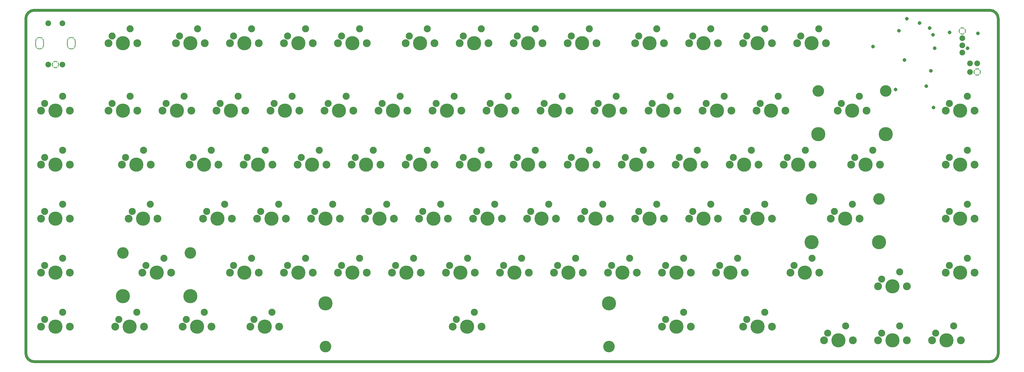
<source format=gbr>
G04*
G04 #@! TF.GenerationSoftware,Altium Limited,Altium Designer,25.6.2 (33)*
G04*
G04 Layer_Physical_Order=3*
G04 Layer_Color=128*
%FSLAX25Y25*%
%MOIN*%
G70*
G04*
G04 #@! TF.SameCoordinates,382BDFDD-3B37-4485-9E84-E16E40AE936B*
G04*
G04*
G04 #@! TF.FilePolarity,Negative*
G04*
G01*
G75*
%ADD28C,0.04000*%
%ADD29C,0.16000*%
%ADD30C,0.10890*%
%ADD31C,0.09787*%
%ADD32C,0.19700*%
G04:AMPARAMS|DCode=33|XSize=99.37mil|YSize=99.37mil|CornerRadius=0mil|HoleSize=0mil|Usage=FLASHONLY|Rotation=0.000|XOffset=0mil|YOffset=0mil|HoleType=Round|Shape=Relief|Width=10mil|Gap=10mil|Entries=4|*
%AMTHD33*
7,0,0,0.09937,0.07937,0.01000,45*
%
%ADD33THD33*%
%ADD34C,0.07937*%
%ADD36C,0.05181*%
%AMTHOVALD37*
21,1,0.05118,0.11906,0,0,90.0*
1,1,0.11906,0.00000,-0.02559*
1,1,0.11906,0.00000,0.02559*
21,0,0.05118,0.09906,0,0,90.0*
1,0,0.09906,0.00000,-0.02559*
1,0,0.09906,0.00000,0.02559*
4,0,4,0.00354,-0.02205,0.04563,-0.06415,0.03856,-0.07122,-0.00354,-0.02913,0.00354,-0.02205,0.0*
4,0,4,0.00354,0.02913,-0.03856,0.07122,-0.04563,0.06415,-0.00354,0.02205,0.00354,0.02913,0.0*
4,0,4,0.00354,-0.02913,-0.03856,-0.07122,-0.04563,-0.06415,-0.00354,-0.02205,0.00354,-0.02913,0.0*
4,0,4,0.00354,0.02205,0.04563,0.06415,0.03856,0.07122,-0.00354,0.02913,0.00354,0.02205,0.0*
%
%ADD37THOVALD37*%

D28*
X43307Y94488D02*
G03*
X55118Y82677I11811J0D01*
G01*
X1381890D02*
G03*
X1393701Y94488I0J11811D01*
G01*
Y559055D02*
G03*
X1381890Y570866I-11811J0D01*
G01*
X55118Y570866D02*
G03*
X43307Y559055I0J-11811D01*
G01*
X55118Y82677D02*
X1381890D01*
X1393701Y94488D02*
Y559055D01*
X55118Y570866D02*
X1381890D01*
X43307Y94488D02*
X43307Y559055D01*
D29*
X459400Y103750D02*
D03*
X853100D02*
D03*
X1143750Y458750D02*
D03*
X1237500D02*
D03*
X1134375Y308750D02*
D03*
X1228125D02*
D03*
X271875Y233750D02*
D03*
X178125D02*
D03*
D30*
X676250Y131250D02*
D03*
X636250D02*
D03*
X1341875Y112500D02*
D03*
X1301875D02*
D03*
X1210625Y431250D02*
D03*
X1170625D02*
D03*
X1161250Y281250D02*
D03*
X1201250D02*
D03*
X245000Y206250D02*
D03*
X205000D02*
D03*
X198125Y525000D02*
D03*
X158125D02*
D03*
X251875D02*
D03*
X291875D02*
D03*
X366875D02*
D03*
X326875D02*
D03*
X401875D02*
D03*
X441875D02*
D03*
X516875D02*
D03*
X476875D02*
D03*
X570625D02*
D03*
X610625D02*
D03*
X685625D02*
D03*
X645625D02*
D03*
X720625D02*
D03*
X760625D02*
D03*
X835625D02*
D03*
X795625D02*
D03*
X889375D02*
D03*
X929375D02*
D03*
X1004375D02*
D03*
X964375D02*
D03*
X1039375D02*
D03*
X1079375D02*
D03*
X1154375D02*
D03*
X1114375D02*
D03*
X64375Y431250D02*
D03*
X104375D02*
D03*
X198125D02*
D03*
X158125D02*
D03*
X233125D02*
D03*
X273125D02*
D03*
X348125D02*
D03*
X308125D02*
D03*
X383125D02*
D03*
X423125D02*
D03*
X498125D02*
D03*
X458125D02*
D03*
X533125D02*
D03*
X573125D02*
D03*
X648125D02*
D03*
X608125D02*
D03*
X683125D02*
D03*
X723125D02*
D03*
X798125D02*
D03*
X758125D02*
D03*
X833125D02*
D03*
X873125D02*
D03*
X948125D02*
D03*
X908125D02*
D03*
X983125D02*
D03*
X1023125D02*
D03*
X1098125D02*
D03*
X1058125D02*
D03*
X1320625D02*
D03*
X1360625D02*
D03*
X104375Y356250D02*
D03*
X64375D02*
D03*
X270625D02*
D03*
X310625D02*
D03*
X385625D02*
D03*
X345625D02*
D03*
X420625D02*
D03*
X460625D02*
D03*
X535625D02*
D03*
X495625D02*
D03*
X570625D02*
D03*
X610625D02*
D03*
X685625D02*
D03*
X645625D02*
D03*
X720625D02*
D03*
X760625D02*
D03*
X835625D02*
D03*
X795625D02*
D03*
X870625D02*
D03*
X910625D02*
D03*
X985625D02*
D03*
X945625D02*
D03*
X1020625D02*
D03*
X1060625D02*
D03*
X1135625D02*
D03*
X1095625D02*
D03*
X1320625D02*
D03*
X1360625D02*
D03*
X104375Y281250D02*
D03*
X64375D02*
D03*
X289375D02*
D03*
X329375D02*
D03*
X404375D02*
D03*
X364375D02*
D03*
X439375D02*
D03*
X479375D02*
D03*
X554375D02*
D03*
X514375D02*
D03*
X589375D02*
D03*
X629375D02*
D03*
X704375D02*
D03*
X664375D02*
D03*
X739375D02*
D03*
X779375D02*
D03*
X854375D02*
D03*
X814375D02*
D03*
X889375D02*
D03*
X929375D02*
D03*
X1004375D02*
D03*
X964375D02*
D03*
X1039374Y281250D02*
D03*
X1079374D02*
D03*
X1360625Y281250D02*
D03*
X1320625D02*
D03*
X64375Y206250D02*
D03*
X104375D02*
D03*
X366875D02*
D03*
X326875D02*
D03*
X401875D02*
D03*
X441875D02*
D03*
X516875D02*
D03*
X476875D02*
D03*
X551875D02*
D03*
X591875D02*
D03*
X666875D02*
D03*
X626875D02*
D03*
X701875D02*
D03*
X741875D02*
D03*
X816875D02*
D03*
X776875D02*
D03*
X851875D02*
D03*
X891875D02*
D03*
X966875D02*
D03*
X926875D02*
D03*
X1001875D02*
D03*
X1041875D02*
D03*
X1266875Y187500D02*
D03*
X1226875D02*
D03*
X1320625Y206250D02*
D03*
X1360625D02*
D03*
X104375Y131250D02*
D03*
X64375D02*
D03*
X1151875Y112500D02*
D03*
X1191875D02*
D03*
X1266875D02*
D03*
X1226875D02*
D03*
X186250Y281250D02*
D03*
X226250D02*
D03*
X1145000Y206250D02*
D03*
X1105000D02*
D03*
X207500Y131250D02*
D03*
X167500D02*
D03*
X261250D02*
D03*
X301250D02*
D03*
X395000D02*
D03*
X355000D02*
D03*
X176875Y356250D02*
D03*
X216875D02*
D03*
X1229375D02*
D03*
X1189375D02*
D03*
X926875Y131250D02*
D03*
X966875D02*
D03*
X1079375D02*
D03*
X1039375D02*
D03*
D31*
X641250Y141250D02*
D03*
X666250Y151250D02*
D03*
X1331875Y132500D02*
D03*
X1306875Y122500D02*
D03*
X1200625Y451250D02*
D03*
X1175625Y441250D02*
D03*
X1191250Y301250D02*
D03*
X1166250Y291250D02*
D03*
X210000Y216250D02*
D03*
X235000Y226250D02*
D03*
X188125Y545000D02*
D03*
X163125Y535000D02*
D03*
X256875D02*
D03*
X281875Y545000D02*
D03*
X356875D02*
D03*
X331875Y535000D02*
D03*
X406875D02*
D03*
X431875Y545000D02*
D03*
X506875D02*
D03*
X481875Y535000D02*
D03*
X575625D02*
D03*
X600625Y545000D02*
D03*
X675625D02*
D03*
X650625Y535000D02*
D03*
X725625D02*
D03*
X750625Y545000D02*
D03*
X825625D02*
D03*
X800625Y535000D02*
D03*
X894375D02*
D03*
X919375Y545000D02*
D03*
X994375D02*
D03*
X969375Y535000D02*
D03*
X1044375D02*
D03*
X1069375Y545000D02*
D03*
X1144375D02*
D03*
X1119375Y535000D02*
D03*
X69375Y441250D02*
D03*
X94375Y451250D02*
D03*
X188125D02*
D03*
X163125Y441250D02*
D03*
X238125D02*
D03*
X263125Y451250D02*
D03*
X338125D02*
D03*
X313125Y441250D02*
D03*
X388125D02*
D03*
X413125Y451250D02*
D03*
X488125D02*
D03*
X463125Y441250D02*
D03*
X538125D02*
D03*
X563125Y451250D02*
D03*
X638125D02*
D03*
X613125Y441250D02*
D03*
X688125D02*
D03*
X713125Y451250D02*
D03*
X788125D02*
D03*
X763125Y441250D02*
D03*
X838125D02*
D03*
X863125Y451250D02*
D03*
X938125D02*
D03*
X913125Y441250D02*
D03*
X988125D02*
D03*
X1013125Y451250D02*
D03*
X1088125D02*
D03*
X1063125Y441250D02*
D03*
X1325625D02*
D03*
X1350625Y451250D02*
D03*
X94375Y376250D02*
D03*
X69375Y366250D02*
D03*
X275625D02*
D03*
X300625Y376250D02*
D03*
X375625D02*
D03*
X350625Y366250D02*
D03*
X425625D02*
D03*
X450625Y376250D02*
D03*
X525625D02*
D03*
X500625Y366250D02*
D03*
X575625D02*
D03*
X600625Y376250D02*
D03*
X675625D02*
D03*
X650625Y366250D02*
D03*
X725625D02*
D03*
X750625Y376250D02*
D03*
X825625D02*
D03*
X800625Y366250D02*
D03*
X875625D02*
D03*
X900625Y376250D02*
D03*
X975625D02*
D03*
X950625Y366250D02*
D03*
X1025625D02*
D03*
X1050625Y376250D02*
D03*
X1125625D02*
D03*
X1100625Y366250D02*
D03*
X1325625D02*
D03*
X1350625Y376250D02*
D03*
X94375Y301250D02*
D03*
X69375Y291250D02*
D03*
X294375D02*
D03*
X319375Y301250D02*
D03*
X394375D02*
D03*
X369375Y291250D02*
D03*
X444375D02*
D03*
X469375Y301250D02*
D03*
X544375D02*
D03*
X519375Y291250D02*
D03*
X594375D02*
D03*
X619375Y301250D02*
D03*
X694375D02*
D03*
X669375Y291250D02*
D03*
X744375D02*
D03*
X769375Y301250D02*
D03*
X844375D02*
D03*
X819375Y291250D02*
D03*
X894375D02*
D03*
X919375Y301250D02*
D03*
X994375D02*
D03*
X969375Y291250D02*
D03*
X1044374Y291250D02*
D03*
X1069374Y301250D02*
D03*
X1350625Y301250D02*
D03*
X1325625Y291250D02*
D03*
X69375Y216250D02*
D03*
X94375Y226250D02*
D03*
X356875D02*
D03*
X331875Y216250D02*
D03*
X406875D02*
D03*
X431875Y226250D02*
D03*
X506875D02*
D03*
X481875Y216250D02*
D03*
X556875D02*
D03*
X581875Y226250D02*
D03*
X656875D02*
D03*
X631875Y216250D02*
D03*
X706875D02*
D03*
X731875Y226250D02*
D03*
X806875D02*
D03*
X781875Y216250D02*
D03*
X856875D02*
D03*
X881875Y226250D02*
D03*
X956875D02*
D03*
X931875Y216250D02*
D03*
X1006875D02*
D03*
X1031875Y226250D02*
D03*
X1256875Y207500D02*
D03*
X1231875Y197500D02*
D03*
X1325625Y216250D02*
D03*
X1350625Y226250D02*
D03*
X94375Y151250D02*
D03*
X69375Y141250D02*
D03*
X1156875Y122500D02*
D03*
X1181875Y132500D02*
D03*
X1256875D02*
D03*
X1231875Y122500D02*
D03*
X216250Y301250D02*
D03*
X191250Y291250D02*
D03*
X1110000Y216250D02*
D03*
X1135000Y226250D02*
D03*
X172500Y141250D02*
D03*
X197500Y151250D02*
D03*
X291250D02*
D03*
X266250Y141250D02*
D03*
X360000D02*
D03*
X385000Y151250D02*
D03*
X206875Y376250D02*
D03*
X181875Y366250D02*
D03*
X1194375D02*
D03*
X1219375Y376250D02*
D03*
X956875Y151250D02*
D03*
X931875Y141250D02*
D03*
X1044375D02*
D03*
X1069375Y151250D02*
D03*
D32*
X656250Y131250D02*
D03*
X459400Y163750D02*
D03*
X853100D02*
D03*
X1321875Y112500D02*
D03*
X1143750Y398750D02*
D03*
X1237500D02*
D03*
X1190625Y431250D02*
D03*
X1134375Y248750D02*
D03*
X1181250Y281250D02*
D03*
X1228125Y248750D02*
D03*
X271875Y173750D02*
D03*
X225000Y206250D02*
D03*
X178125Y173750D02*
D03*
Y525000D02*
D03*
X271875D02*
D03*
X346875D02*
D03*
X421875D02*
D03*
X496875D02*
D03*
X590625D02*
D03*
X665625D02*
D03*
X740625D02*
D03*
X815625D02*
D03*
X909375D02*
D03*
X984375D02*
D03*
X1059375D02*
D03*
X1134375D02*
D03*
X84375Y431250D02*
D03*
X178125D02*
D03*
X253125D02*
D03*
X328125D02*
D03*
X403125D02*
D03*
X478125D02*
D03*
X553125D02*
D03*
X628125D02*
D03*
X703125D02*
D03*
X778125D02*
D03*
X853125D02*
D03*
X928125D02*
D03*
X1003125D02*
D03*
X1078125D02*
D03*
X1340625D02*
D03*
X84375Y356250D02*
D03*
X290625D02*
D03*
X365625D02*
D03*
X440625D02*
D03*
X515625D02*
D03*
X590625D02*
D03*
X665625D02*
D03*
X740625D02*
D03*
X815625D02*
D03*
X890625D02*
D03*
X965625D02*
D03*
X1040625D02*
D03*
X1115625D02*
D03*
X1340625D02*
D03*
X84375Y281250D02*
D03*
X309375D02*
D03*
X384375D02*
D03*
X459375D02*
D03*
X534375D02*
D03*
X609375D02*
D03*
X684375D02*
D03*
X759375D02*
D03*
X834375D02*
D03*
X909375D02*
D03*
X984375D02*
D03*
X1059374Y281250D02*
D03*
X1340625Y281250D02*
D03*
X84375Y206250D02*
D03*
X346875D02*
D03*
X421875D02*
D03*
X496875D02*
D03*
X571875D02*
D03*
X646875D02*
D03*
X721875D02*
D03*
X796875D02*
D03*
X871875D02*
D03*
X946875D02*
D03*
X1021875D02*
D03*
X1246875Y187500D02*
D03*
X1340625Y206250D02*
D03*
X84375Y131250D02*
D03*
X1171875Y112500D02*
D03*
X1246875D02*
D03*
X206250Y281250D02*
D03*
X1125000Y206250D02*
D03*
X187500Y131250D02*
D03*
X281250D02*
D03*
X375000D02*
D03*
X196875Y356250D02*
D03*
X1209375D02*
D03*
X946875Y131250D02*
D03*
X1059375D02*
D03*
D33*
X1343700Y542159D02*
D03*
X84375Y495472D02*
D03*
X1364374Y485156D02*
D03*
D34*
X1343700Y532159D02*
D03*
Y522159D02*
D03*
Y512159D02*
D03*
X74533Y552559D02*
D03*
X94217D02*
D03*
Y495472D02*
D03*
X74533D02*
D03*
X1354374Y485156D02*
D03*
X1364374Y496875D02*
D03*
X1354374D02*
D03*
D36*
X1219685Y520472D02*
D03*
X1303124Y536718D02*
D03*
X1255906Y542520D02*
D03*
X1325984Y540158D02*
D03*
X1351181Y518110D02*
D03*
X1305468Y517968D02*
D03*
X1303691Y435667D02*
D03*
X1298436Y546093D02*
D03*
X1263280Y501562D02*
D03*
X1365354Y538583D02*
D03*
X1284374Y553125D02*
D03*
X1266929Y559055D02*
D03*
X1251181Y460630D02*
D03*
X1293701Y465354D02*
D03*
X1300000Y486614D02*
D03*
D37*
X62328Y525000D02*
D03*
X106422D02*
D03*
M02*

</source>
